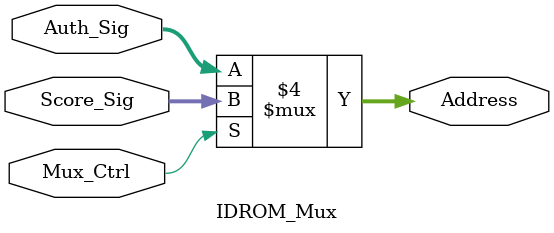
<source format=v>
module IDROM_Mux(Mux_Ctrl, Auth_Sig, Score_Sig, Address);
	input Mux_Ctrl;
	input [4:0] Auth_Sig, Score_Sig;
	output [4:0] Address;
	reg [4:0] Address;

	always @(Mux_Ctrl) begin
		if (Mux_Ctrl==1'b1)
			Address <= Score_Sig;
		else
			Address <= Auth_Sig;
	end

endmodule

</source>
